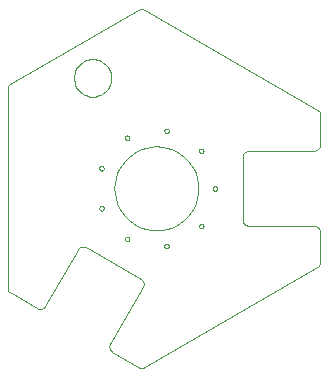
<source format=gbr>
*
G04 Gerber written by LinkCAD 5.6.12 Build 4507*
G04 Layer: MICRON-PBM2_Flex_Board.gbr*
%FSLAX34Y34*%
%MOIN*%
%ADD10C,0.0010*%
G54D10*
X10981Y13461D02*
G01X11002Y13450D01*
X12614Y15491D02*
X14433Y14441D01*
X12593Y15502D02*
X12614Y15491D01*
X12570Y15510D02*
X12593Y15502D01*
X12547Y15515D02*
X12570Y15510D01*
X12523Y15518D02*
X12547Y15515D01*
X12498Y15517D02*
X12523Y15518D01*
X12474Y15514D02*
X12498Y15517D01*
X12451Y15507D02*
X12474Y15514D01*
X12429Y15498D02*
X12451Y15507D01*
X12408Y15487D02*
X12429Y15498D01*
X12388Y15473D02*
X12408Y15487D01*
X12370Y15456D02*
X12388Y15473D01*
X12355Y15438D02*
X12370Y15456D01*
X12341Y15418D02*
X12355Y15438D01*
X11025Y13442D02*
X11048Y13437D01*
X11002Y13450D02*
X11025Y13442D01*
X11207Y13479D02*
X11225Y13495D01*
X11187Y13465D02*
X11207Y13479D01*
X11166Y13453D02*
X11187Y13465D01*
X11144Y13444D02*
X11166Y13453D01*
X11121Y13438D02*
X11144Y13444D01*
X11097Y13435D02*
X11121Y13438D01*
X11048Y13437D02*
X11073Y13434D01*
X11097Y13435D01*
X11240Y13514D02*
X11254Y13534D01*
X11225Y13495D02*
X11240Y13514D01*
X10063Y13991D02*
X10981Y13461D01*
X10046Y14015D02*
X10063Y13991D01*
X10028Y14040D02*
X10046Y14015D01*
X10011Y14065D02*
X10028Y14040D01*
X11254Y13534D02*
X12341Y15418D01*
X10011Y20846D02*
Y14065D01*
X14500Y23438D02*
X14470Y23436D01*
X20410Y18882D02*
X20411Y18906D01*
X20406Y18858D02*
X20410Y18882D01*
X20398Y18835D02*
X20406Y18858D01*
X20388Y18813D02*
X20398Y18835D01*
X20376Y18792D02*
X20388Y18813D01*
X20361Y18773D02*
X20376Y18792D01*
X20344Y18756D02*
X20361Y18773D01*
X20325Y18741D02*
X20344Y18756D01*
X20304Y18729D02*
X20325Y18741D01*
X20282Y18719D02*
X20304Y18729D01*
X20259Y18711D02*
X20282Y18719D01*
X20235Y18707D02*
X20259Y18711D01*
X20211Y18706D02*
X20235Y18707D01*
X20411Y18906D02*
Y19965D01*
X18036Y18706D02*
X20211D01*
X17923Y18670D02*
X17943Y18683D01*
X17836Y16406D02*
Y18506D01*
X17838Y16382D02*
X17836Y16406D01*
X17842Y16358D02*
X17838Y16382D01*
X17849Y16335D02*
X17842Y16358D01*
X17859Y16313D02*
X17849Y16335D01*
X17872Y16292D02*
X17859Y16313D01*
X17887Y16273D02*
X17872Y16292D01*
X17904Y16256D02*
X17887Y16273D01*
X17923Y16241D02*
X17904Y16256D01*
X17943Y16229D02*
X17923Y16241D01*
X17965Y16219D02*
X17943Y16229D01*
X17988Y16211D02*
X17965Y16219D01*
X18012Y16207D02*
X17988Y16211D01*
X20211Y16206D02*
X18036D01*
X20282Y16193D02*
X20259Y16200D01*
X20304Y16183D02*
X20282Y16193D01*
X20325Y16170D02*
X20304Y16183D01*
X20344Y16155D02*
X20325Y16170D01*
X20361Y16138D02*
X20344Y16155D01*
X20376Y16119D02*
X20361Y16138D01*
X20398Y16077D02*
X20388Y16099D01*
X20376Y16119D01*
X20406Y16053D02*
X20398Y16077D01*
X20410Y16030D02*
X20406Y16053D01*
X20411Y16006D02*
X20410Y16030D01*
X14433Y14441D02*
X14453Y14428D01*
X14472Y14412D01*
X14488Y14394D01*
X14502Y14374D01*
X14514Y14353D01*
X14523Y14331D01*
X14529Y14308D01*
X14533Y14284D01*
Y14260D01*
X14531Y14236D01*
X14525Y14212D01*
X20373Y14864D02*
X20386Y14891D01*
X14500Y11473D02*
X20373Y14864D01*
X14525Y14212D02*
X14517Y14189D01*
X14506Y14168D01*
X14470Y11476D02*
X14500Y11473D01*
X14440Y11478D02*
X14470Y11476D01*
X14410Y11481D02*
X14440Y11478D01*
X14506Y14168D02*
X13419Y12284D01*
X13492Y12011D02*
X14410Y11481D01*
X13472Y12024D02*
X13492Y12011D01*
X13453Y12040D02*
X13472Y12024D01*
X13437Y12058D02*
X13453Y12040D01*
X13423Y12077D02*
X13437Y12058D01*
X13411Y12098D02*
X13423Y12077D01*
X13402Y12121D02*
X13411Y12098D01*
X13396Y12144D02*
X13402Y12121D01*
X13393Y12168D02*
X13396Y12144D01*
X13392Y12192D02*
X13393Y12168D01*
X13395Y12216D02*
X13392Y12192D01*
X13400Y12240D02*
X13395Y12216D01*
X13419Y12284D02*
X13408Y12262D01*
X13400Y12240D01*
X12986Y20529D02*
X12912Y20516D01*
X13912Y19150D02*
X13913Y19159D01*
X13191Y20622D02*
X13127Y20583D01*
X13913Y19159D02*
X13915Y19168D01*
X13251Y20668D02*
X13191Y20622D01*
X13443Y20987D02*
X13421Y20915D01*
X13457Y21061D02*
X13443Y20987D01*
X13461Y21136D02*
X13457Y21061D01*
X14166Y16303D02*
X14033Y16408D01*
X16270Y16959D02*
X16201Y16805D01*
X16321Y17121D02*
X16270Y16959D01*
X16351Y17287D02*
X16321Y17121D01*
X16361Y17456D02*
X16351Y17287D01*
Y17624D02*
X16361Y17456D01*
X16321Y17791D02*
X16351Y17624D01*
X16270Y17952D02*
X16321Y17791D01*
X16201Y18106D02*
X16270Y17952D01*
X15890Y18504D02*
X16009Y18384D01*
X14793Y18845D02*
X14961Y18856D01*
X13722Y18106D02*
X13809Y18251D01*
X13561Y17456D02*
X13572Y17624D01*
X15757Y16303D02*
X15612Y16216D01*
X16395Y16158D02*
X16390Y16166D01*
X16400Y16151D02*
X16395Y16158D01*
X16407Y16145D02*
X16400Y16151D01*
X20235Y16204D02*
X20211Y16206D01*
X20259Y16200D02*
X20235Y16204D01*
X20411Y14946D02*
Y16006D01*
X16484Y16133D02*
X16475Y16130D01*
X16492Y16137D02*
X16484Y16133D01*
X16499Y16142D02*
X16492Y16137D01*
X16506Y16147D02*
X16499Y16142D01*
X16513Y16154D02*
X16506Y16147D01*
X16518Y16161D02*
X16513Y16154D01*
X18036Y16206D02*
X18012Y16207D01*
X16522Y16169D02*
X16518Y16161D01*
X16526Y16178D02*
X16522Y16169D01*
X16528Y16186D02*
X16526Y16178D01*
X16530Y16195D02*
X16528Y16186D01*
X16530Y16204D02*
Y16195D01*
X16524Y16231D02*
X16527Y16222D01*
X16521Y16239D02*
X16524Y16231D01*
X16516Y16247D02*
X16521Y16239D01*
X16510Y16253D02*
X16516Y16247D01*
X16503Y16260D02*
X16510Y16253D01*
X16496Y16265D02*
X16503Y16260D01*
X16488Y16270D02*
X16496Y16265D01*
X16480Y16273D02*
X16488Y16270D01*
X16471Y16275D02*
X16480Y16273D01*
X16462Y16277D02*
X16471Y16275D01*
X16453Y16277D02*
X16462D01*
X16444Y16276D02*
X16453Y16277D01*
X16435Y16274D02*
X16444Y16276D01*
X16427Y16272D02*
X16435Y16274D01*
X16201Y16805D02*
X16113Y16660D01*
X16418Y16268D02*
X16427Y16272D01*
X16411Y16263D02*
X16418Y16268D01*
X16404Y16257D02*
X16411Y16263D01*
X16398Y16250D02*
X16404Y16257D01*
X16386Y16174D02*
X16383Y16182D01*
X16390Y16166D02*
X16386Y16174D01*
X15890Y16408D02*
X15757Y16303D01*
X16383Y16182D02*
X16381Y16191D01*
X16380Y16200D01*
X16009Y16527D02*
X15890Y16408D01*
X16380Y16200D02*
Y16209D01*
X16382Y16218D01*
X16384Y16227D01*
X16388Y16235D01*
X16392Y16243D01*
X16113Y16660D02*
X16009Y16527D01*
X16392Y16243D02*
X16398Y16250D01*
X15241Y15489D02*
X15236Y15497D01*
X15247Y15483D02*
X15241Y15489D01*
X15253Y15477D02*
X15247Y15483D01*
X15261Y15471D02*
X15253Y15477D01*
X15269Y15467D02*
X15261Y15471D01*
X15277Y15464D02*
X15269Y15467D01*
X15286Y15462D02*
X15277Y15464D01*
X15295Y15460D02*
X15286Y15462D01*
X15304Y15460D02*
X15295D01*
X13912Y15779D02*
X13914Y15788D01*
X13911Y15770D02*
X13912Y15779D01*
X13915Y15743D02*
X13913Y15752D01*
X13919Y15735D02*
X13915Y15743D01*
X13923Y15727D02*
X13919Y15735D01*
X13928Y15719D02*
X13923Y15727D01*
X13934Y15713D02*
X13928Y15719D01*
X13941Y15707D02*
X13934Y15713D01*
X13949Y15702D02*
X13941Y15707D01*
X13957Y15698D02*
X13949Y15702D01*
X13965Y15695D02*
X13957Y15698D01*
X13974Y15693D02*
X13965Y15695D01*
X13983Y15692D02*
X13974Y15693D01*
X15231Y15505D02*
X15228Y15513D01*
X15236Y15497D02*
X15231Y15505D01*
X15228Y15513D02*
X15226Y15522D01*
X15225Y15531D01*
X13992Y15692D02*
X13983D01*
X14001Y15693D02*
X13992Y15692D01*
X14010Y15696D02*
X14001Y15693D01*
X14018Y15699D02*
X14010Y15696D01*
X14026Y15703D02*
X14018Y15699D01*
X14034Y15709D02*
X14026Y15703D01*
X14040Y15715D02*
X14034Y15709D01*
X14046Y15722D02*
X14040Y15715D01*
X14051Y15729D02*
X14046Y15722D01*
X14055Y15738D02*
X14051Y15729D01*
X13191Y16830D02*
X13196Y16823D01*
X13172Y16850D02*
X13179Y16844D01*
X13165Y16855D02*
X13172Y16850D01*
X13602Y17121D02*
X13572Y17287D01*
X13156Y16858D02*
X13165Y16855D01*
X13148Y16861D02*
X13156Y16858D01*
X13139Y16863D02*
X13148Y16861D01*
X13130Y16864D02*
X13139Y16863D01*
X13121D02*
X13130Y16864D01*
X13572Y17287D02*
X13561Y17456D01*
X13112Y16862D02*
X13121Y16863D01*
X13054Y16781D02*
Y16790D01*
X13056Y16772D02*
X13054Y16781D01*
X13058Y16763D02*
X13056Y16772D01*
X13062Y16755D02*
X13058Y16763D01*
X13067Y16747D02*
X13062Y16755D01*
X13072Y16740D02*
X13067Y16747D01*
X13078Y16733D02*
X13072Y16740D01*
X13085Y16728D02*
X13078Y16733D01*
X13093Y16723D02*
X13085Y16728D01*
X13101Y16719D02*
X13093Y16723D01*
X13110Y16716D02*
X13101Y16719D01*
X13119Y16714D02*
X13110Y16716D01*
X13128Y16714D02*
X13119D01*
X13912Y15761D02*
X13911Y15770D01*
X13913Y15752D02*
X13912Y15761D01*
X13137Y16714D02*
X13128D01*
X13146Y16716D02*
X13137Y16714D01*
X13155Y16718D02*
X13146Y16716D01*
X13163Y16722D02*
X13155Y16718D01*
X13171Y16726D02*
X13163Y16722D01*
X20399Y14919D02*
X20411Y14946D01*
X20386Y14891D02*
X20399Y14919D01*
X15313Y15461D02*
X15304Y15460D01*
X15322Y15463D02*
X15313Y15461D01*
X15330Y15467D02*
X15322Y15463D01*
X15338Y15471D02*
X15330Y15467D01*
X15346Y15476D02*
X15338Y15471D01*
X16475Y16130D02*
X16466Y16128D01*
X16457Y16127D01*
X15353Y15482D02*
X15346Y15476D01*
X15359Y15489D02*
X15353Y15482D01*
X15364Y15496D02*
X15359Y15489D01*
X15368Y15504D02*
X15364Y15496D01*
X15371Y15513D02*
X15368Y15504D01*
X15374Y15521D02*
X15371Y15513D01*
X15375Y15530D02*
X15374Y15521D01*
X15375Y15539D02*
Y15530D01*
X15374Y15548D02*
X15375Y15539D01*
X15372Y15557D02*
X15374Y15548D01*
X15368Y15566D02*
X15372Y15557D01*
X15364Y15574D02*
X15368Y15566D01*
X15359Y15581D02*
X15364Y15574D01*
X15353Y15588D02*
X15359Y15581D01*
X15347Y15594D02*
X15353Y15588D01*
X15339Y15599D02*
X15347Y15594D01*
X15331Y15603D02*
X15339Y15599D01*
X15323Y15607D02*
X15331Y15603D01*
X15314Y15609D02*
X15323Y15607D01*
X15305Y15610D02*
X15314Y15609D01*
X15296Y15610D02*
X15305D01*
X16457Y16127D02*
X16448Y16128D01*
X16439Y16129D01*
X16430Y16131D01*
X16422Y16135D01*
X16414Y16139D01*
X16407Y16145D01*
X15612Y16216D02*
X15458Y16147D01*
X15296Y16096D01*
X15130Y16066D01*
X15287Y15609D02*
X15296Y15610D01*
X15278Y15607D02*
X15287Y15609D01*
X15270Y15604D02*
X15278Y15607D01*
X15262Y15600D02*
X15270Y15604D01*
X15254Y15595D02*
X15262Y15600D01*
X15247Y15589D02*
X15254Y15595D01*
X15241Y15582D02*
X15247Y15589D01*
X15236Y15574D02*
X15241Y15582D01*
X15130Y16066D02*
X14961Y16056D01*
X15232Y15567D02*
X15236Y15574D01*
X15228Y15558D02*
X15232Y15567D01*
X15226Y15549D02*
X15228Y15558D01*
X15225Y15540D02*
X15226Y15549D01*
X14961Y16056D02*
X14793Y16066D01*
X15225Y15531D02*
Y15540D01*
X14793Y16066D02*
X14626Y16096D01*
X14058Y15746D02*
X14055Y15738D01*
X14060Y15755D02*
X14058Y15746D01*
X14061Y15764D02*
X14060Y15755D01*
X14626Y16096D02*
X14465Y16147D01*
X14061Y15773D02*
Y15764D01*
X14060Y15782D02*
X14061Y15773D01*
X14058Y15791D02*
X14060Y15782D01*
X14054Y15799D02*
X14058Y15791D01*
X14465Y16147D02*
X14311Y16216D01*
X14050Y15807D02*
X14054Y15799D01*
X14044Y15814D02*
X14050Y15807D01*
X14038Y15821D02*
X14044Y15814D01*
X14031Y15827D02*
X14038Y15821D01*
X14024Y15832D02*
X14031Y15827D01*
X14311Y16216D02*
X14166Y16303D01*
X14016Y15836D02*
X14024Y15832D01*
X14007Y15839D02*
X14016Y15836D01*
X13998Y15841D02*
X14007Y15839D01*
X13989Y15842D02*
X13998Y15841D01*
X13980Y15842D02*
X13989D01*
X13971Y15840D02*
X13980Y15842D01*
X13963Y15838D02*
X13971Y15840D01*
X13954Y15835D02*
X13963Y15838D01*
X13946Y15830D02*
X13954Y15835D01*
X13939Y15825D02*
X13946Y15830D01*
X13932Y15819D02*
X13939Y15825D01*
X14033Y16408D02*
X13913Y16527D01*
X13926Y15812D02*
X13932Y15819D01*
X13921Y15804D02*
X13926Y15812D01*
X13917Y15796D02*
X13921Y15804D01*
X13913Y16527D02*
X13809Y16660D01*
X13914Y15788D02*
X13917Y15796D01*
X13178Y16732D02*
X13171Y16726D01*
X13184Y16738D02*
X13178Y16732D01*
X13190Y16745D02*
X13184Y16738D01*
X13195Y16753D02*
X13190Y16745D01*
X13809Y16660D02*
X13722Y16805D01*
X13199Y16761D02*
X13195Y16753D01*
X13201Y16770D02*
X13199Y16761D01*
X13203Y16779D02*
X13201Y16770D01*
X13204Y16788D02*
X13203Y16779D01*
X13722Y16805D02*
X13652Y16959D01*
X13203Y16797D02*
X13204Y16788D01*
X13202Y16806D02*
X13203Y16797D01*
X13199Y16814D02*
X13202Y16806D01*
X13186Y16838D02*
X13191Y16830D01*
X13179Y16844D02*
X13186Y16838D01*
X13652Y16959D02*
X13602Y17121D01*
X13196Y16823D02*
X13199Y16814D01*
X13171Y18185D02*
X13178Y18179D01*
X13163Y18189D02*
X13171Y18185D01*
X13155Y18193D02*
X13163Y18189D01*
X13146Y18196D02*
X13155Y18193D01*
X13137Y18197D02*
X13146Y18196D01*
X13128Y18198D02*
X13137Y18197D01*
X13119D02*
X13128Y18198D01*
X13110Y18195D02*
X13119Y18197D01*
X13058Y20552D02*
X12986Y20529D01*
X13127Y20583D02*
X13058Y20552D01*
X13101Y18192D02*
X13110Y18195D01*
X13093Y18188D02*
X13101Y18192D01*
X13085Y18184D02*
X13093Y18188D01*
X13078Y18178D02*
X13085Y18184D01*
X13072Y18172D02*
X13078Y18178D01*
X13067Y18164D02*
X13072Y18172D01*
X13062Y18157D02*
X13067Y18164D01*
X12912Y20516D02*
X12836Y20511D01*
X13058Y18148D02*
X13062Y18157D01*
X12761Y20516D02*
X12687Y20529D01*
X12836Y20511D02*
X12761Y20516D01*
X13056Y18140D02*
X13058Y18148D01*
X12687Y20529D02*
X12615Y20552D01*
X13054Y18131D02*
X13056Y18140D01*
X12546Y20583D02*
X12481Y20622D01*
X12615Y20552D02*
X12546Y20583D01*
X13054Y18122D02*
Y18131D01*
X12481Y20622D02*
X12422Y20668D01*
X14046Y19189D02*
X14051Y19182D01*
X14040Y19196D02*
X14046Y19189D01*
X14034Y19203D02*
X14040Y19196D01*
X14026Y19208D02*
X14034Y19203D01*
X14018Y19212D02*
X14026Y19208D01*
X14010Y19216D02*
X14018Y19212D01*
X14001Y19218D02*
X14010Y19216D01*
X13992Y19219D02*
X14001Y19218D01*
X13983Y19219D02*
X13992D01*
X13974Y19218D02*
X13983Y19219D01*
X13965Y19216D02*
X13974Y19218D01*
X13957Y19213D02*
X13965Y19216D01*
X13949Y19209D02*
X13957Y19213D01*
X13941Y19204D02*
X13949Y19209D01*
X13934Y19198D02*
X13941Y19204D01*
X13928Y19192D02*
X13934Y19198D01*
X13923Y19184D02*
X13928Y19192D01*
X13919Y19177D02*
X13923Y19184D01*
X13304Y20722D02*
X13251Y20668D01*
X13915Y19168D02*
X13919Y19177D01*
X13390Y20846D02*
X13351Y20781D01*
X13421Y20915D02*
X13390Y20846D01*
X13351Y20781D02*
X13304Y20722D01*
X13184Y18173D02*
X13190Y18166D01*
X13178Y18179D02*
X13184Y18173D01*
X13911Y19141D02*
X13912Y19150D01*
Y19132D02*
X13911Y19141D01*
X13914Y19123D02*
X13912Y19132D01*
X13917Y19115D02*
X13914Y19123D01*
X13921Y19107D02*
X13917Y19115D01*
X15346Y19435D02*
X15353Y19429D01*
X15338Y19440D02*
X15346Y19435D01*
X15330Y19445D02*
X15338Y19440D01*
X15322Y19448D02*
X15330Y19445D01*
X15313Y19450D02*
X15322Y19448D01*
X15304Y19451D02*
X15313Y19450D01*
X20411Y19965D02*
X20399Y19993D01*
X20386Y20020D01*
X20373Y20047D01*
X14500Y23438D01*
X15295Y19451D02*
X15304D01*
X15231Y19406D02*
X15236Y19414D01*
X15228Y19398D02*
X15231Y19406D01*
X15226Y19389D02*
X15228Y19398D01*
X15225Y19380D02*
X15226Y19389D01*
X15241Y19422D02*
X15247Y19429D01*
X15236Y19414D02*
X15241Y19422D01*
X15247Y19429D02*
X15253Y19435D01*
X15261Y19440D01*
X15269Y19444D01*
X15277Y19448D01*
X15286Y19450D01*
X15295Y19451D01*
X13457Y21212D02*
X13461Y21136D01*
X13443Y21286D02*
X13457Y21212D01*
X13421Y21358D02*
X13443Y21286D01*
X13390Y21427D02*
X13421Y21358D01*
X13351Y21491D02*
X13390Y21427D01*
X13304Y21551D02*
X13351Y21491D01*
X13251Y21604D02*
X13304Y21551D01*
X13191Y21651D02*
X13251Y21604D01*
X13127Y21690D02*
X13191Y21651D01*
X13058Y21721D02*
X13127Y21690D01*
X14470Y23436D02*
X14440Y23433D01*
X14410Y23430D01*
X12986Y21743D02*
X13058Y21721D01*
X12912Y21757D02*
X12986Y21743D01*
X12836Y21761D02*
X12912Y21757D01*
X12761D02*
X12836Y21761D01*
X12687Y21743D02*
X12761Y21757D01*
X12615Y21721D02*
X12687Y21743D01*
X12546Y21690D02*
X12615Y21721D01*
X14410Y23430D02*
X10063Y20921D01*
X12481Y21651D02*
X12546Y21690D01*
X12422Y21604D02*
X12481Y21651D01*
X12368Y21551D02*
X12422Y21604D01*
X12322Y21491D02*
X12368Y21551D01*
X12283Y21427D02*
X12322Y21491D01*
X12252Y21358D02*
X12283Y21427D01*
X12229Y21286D02*
X12252Y21358D01*
X12216Y21212D02*
X12229Y21286D01*
X12211Y21136D02*
X12216Y21212D01*
X10063Y20921D02*
X10046Y20896D01*
X10028Y20871D01*
X10011Y20846D01*
X12216Y21061D02*
X12211Y21136D01*
X12229Y20987D02*
X12216Y21061D01*
X12252Y20915D02*
X12229Y20987D01*
X12283Y20846D02*
X12252Y20915D01*
X12322Y20781D02*
X12283Y20846D01*
X12368Y20722D02*
X12322Y20781D01*
X12422Y20668D02*
X12368Y20722D01*
X13055Y18113D02*
X13054Y18122D01*
X13056Y18104D02*
X13055Y18113D01*
X13059Y18095D02*
X13056Y18104D01*
X13063Y18087D02*
X13059Y18095D01*
X13054Y16790D02*
X13055Y16799D01*
X13068Y18079D02*
X13063Y18087D01*
X13073Y18072D02*
X13068Y18079D01*
X13080Y18066D02*
X13073Y18072D01*
X13087Y18060D02*
X13080Y18066D01*
X13095Y18056D02*
X13087Y18060D01*
X13103Y18052D02*
X13095Y18056D01*
X13112Y18050D02*
X13103Y18052D01*
X13121Y18048D02*
X13112Y18050D01*
X13055Y16799D02*
X13056Y16808D01*
X13130Y18048D02*
X13121D01*
X13056Y16808D02*
X13059Y16816D01*
X13063Y16824D01*
X13068Y16832D01*
X13073Y16839D01*
X13080Y16846D01*
X13087Y16851D01*
X13095Y16856D01*
X13103Y16859D01*
X13112Y16862D01*
X13139Y18048D02*
X13130D01*
X13148Y18050D02*
X13139Y18048D01*
X13156Y18053D02*
X13148Y18050D01*
X13165Y18057D02*
X13156Y18053D01*
X13172Y18061D02*
X13165Y18057D01*
X13179Y18067D02*
X13172Y18061D01*
X13572Y17624D02*
X13602Y17791D01*
X13186Y18074D02*
X13179Y18067D01*
X13191Y18081D02*
X13186Y18074D01*
X13196Y18089D02*
X13191Y18081D01*
X13199Y18097D02*
X13196Y18089D01*
X13602Y17791D02*
X13652Y17952D01*
X13202Y18106D02*
X13199Y18097D01*
X13203Y18115D02*
X13202Y18106D01*
X13204Y18124D02*
X13203Y18115D01*
Y18133D02*
X13204Y18124D01*
X13201Y18142D02*
X13203Y18133D01*
X13652Y17952D02*
X13722Y18106D01*
X13199Y18150D02*
X13201Y18142D01*
X13195Y18158D02*
X13199Y18150D01*
X13190Y18166D02*
X13195Y18158D01*
X13926Y19099D02*
X13921Y19107D01*
X13809Y18251D02*
X13913Y18384D01*
X13932Y19093D02*
X13926Y19099D01*
X13939Y19086D02*
X13932Y19093D01*
X13946Y19081D02*
X13939Y19086D01*
X13913Y18384D02*
X14033Y18504D01*
X13954Y19077D02*
X13946Y19081D01*
X13963Y19073D02*
X13954Y19077D01*
X13971Y19071D02*
X13963Y19073D01*
X13980Y19070D02*
X13971Y19071D01*
X13989Y19069D02*
X13980Y19070D01*
X14033Y18504D02*
X14166Y18608D01*
X13998Y19070D02*
X13989Y19069D01*
X14007Y19072D02*
X13998Y19070D01*
X14016Y19075D02*
X14007Y19072D01*
X14024Y19079D02*
X14016Y19075D01*
X14166Y18608D02*
X14311Y18695D01*
X14031Y19084D02*
X14024Y19079D01*
X14038Y19090D02*
X14031Y19084D01*
X14044Y19097D02*
X14038Y19090D01*
X14050Y19104D02*
X14044Y19097D01*
X14054Y19112D02*
X14050Y19104D01*
X14311Y18695D02*
X14465Y18765D01*
X14058Y19121D02*
X14054Y19112D01*
X14060Y19129D02*
X14058Y19121D01*
X14061Y19138D02*
X14060Y19129D01*
X14061Y19147D02*
Y19138D01*
X14465Y18765D02*
X14626Y18815D01*
X14060Y19156D02*
X14061Y19147D01*
X14058Y19165D02*
X14060Y19156D01*
X14055Y19174D02*
X14058Y19165D01*
X14626Y18815D02*
X14793Y18845D01*
X14051Y19182D02*
X14055Y19174D01*
X15225Y19371D02*
Y19380D01*
X15226Y19362D02*
X15225Y19371D01*
X15228Y19353D02*
X15226Y19362D01*
X15232Y19345D02*
X15228Y19353D01*
X15236Y19337D02*
X15232Y19345D01*
X14961Y18856D02*
X15130Y18845D01*
X15241Y19329D02*
X15236Y19337D01*
X15247Y19323D02*
X15241Y19329D01*
X15254Y19317D02*
X15247Y19323D01*
X15262Y19312D02*
X15254Y19317D01*
X15270Y19307D02*
X15262Y19312D01*
X15278Y19304D02*
X15270Y19307D01*
X15287Y19302D02*
X15278Y19304D01*
X15130Y18845D02*
X15296Y18815D01*
Y19301D02*
X15287Y19302D01*
X17887Y18638D02*
X17904Y18655D01*
X16503Y18652D02*
X16496Y18646D01*
X16510Y18658D02*
X16503Y18652D01*
X16516Y18665D02*
X16510Y18658D01*
X17904Y18655D02*
X17923Y18670D01*
X16521Y18673D02*
X16516Y18665D01*
X16524Y18681D02*
X16521Y18673D01*
X16527Y18689D02*
X16524Y18681D01*
X17943Y18683D02*
X17965Y18693D01*
X16529Y18698D02*
X16527Y18689D01*
X17965Y18693D02*
X17988Y18700D01*
X18012Y18704D01*
X16530Y18707D02*
X16529Y18698D01*
X16530Y18716D02*
Y18707D01*
X16528Y18725D02*
X16530Y18716D01*
X16526Y18734D02*
X16528Y18725D01*
X16522Y18742D02*
X16526Y18734D01*
X16518Y18750D02*
X16522Y18742D01*
X18012Y18704D02*
X18036Y18706D01*
X16513Y18757D02*
X16518Y18750D01*
X16506Y18764D02*
X16513Y18757D01*
X16499Y18770D02*
X16506Y18764D01*
X16492Y18775D02*
X16499Y18770D01*
X16484Y18778D02*
X16492Y18775D01*
X16475Y18781D02*
X16484Y18778D01*
X15353Y19429D02*
X15359Y19423D01*
X15364Y19415D01*
X15368Y19407D01*
X15371Y19399D01*
X15374Y19390D01*
X15375Y19381D01*
Y19372D01*
X15374Y19363D01*
X15372Y19354D01*
X15368Y19346D01*
X15364Y19338D01*
X15359Y19330D01*
X15353Y19323D01*
X15347Y19317D01*
X15339Y19312D01*
X15331Y19308D01*
X15323Y19305D01*
X15314Y19302D01*
X15305Y19301D01*
X15296D01*
X16466Y18783D02*
X16475Y18781D01*
X16457Y18784D02*
X16466Y18783D01*
X16448Y18784D02*
X16457D01*
X16439Y18782D02*
X16448Y18784D01*
X16430Y18780D02*
X16439Y18782D01*
X16422Y18776D02*
X16430Y18780D01*
X16414Y18772D02*
X16422Y18776D01*
X16407Y18767D02*
X16414Y18772D01*
X16400Y18760D02*
X16407Y18767D01*
X16529Y16213D02*
X16530Y16204D01*
X16527Y16222D02*
X16529Y16213D01*
X16837Y17447D02*
X16836Y17456D01*
X16838Y17438D02*
X16837Y17447D01*
X16841Y17429D02*
X16838Y17438D01*
X16845Y17421D02*
X16841Y17429D01*
X16850Y17413D02*
X16845Y17421D01*
X16855Y17406D02*
X16850Y17413D01*
X16862Y17400D02*
X16855Y17406D01*
X16869Y17394D02*
X16862Y17400D01*
X16876Y17389D02*
X16869Y17394D01*
X16885Y17386D02*
X16876Y17389D01*
X16893Y17383D02*
X16885Y17386D01*
X16902Y17381D02*
X16893Y17383D01*
X16911Y17381D02*
X16902D01*
X16920D02*
X16911D01*
X16929Y17383D02*
X16920Y17381D01*
X16938Y17386D02*
X16929Y17383D01*
X16946Y17389D02*
X16938Y17386D01*
X16954Y17394D02*
X16946Y17389D01*
X16961Y17400D02*
X16954Y17394D01*
X16968Y17406D02*
X16961Y17400D01*
X16973Y17413D02*
X16968Y17406D01*
X16978Y17421D02*
X16973Y17413D01*
X16981Y17429D02*
X16978Y17421D01*
X16984Y17438D02*
X16981Y17429D01*
X16986Y17447D02*
X16984Y17438D01*
X16986Y17456D02*
Y17447D01*
Y17465D02*
Y17456D01*
X16984Y17474D02*
X16986Y17465D01*
X16981Y17482D02*
X16984Y17474D01*
X16978Y17491D02*
X16981Y17482D01*
X16973Y17498D02*
X16978Y17491D01*
X16968Y17505D02*
X16973Y17498D01*
X16961Y17512D02*
X16968Y17505D01*
X16954Y17517D02*
X16961Y17512D01*
X16946Y17522D02*
X16954Y17517D01*
X16938Y17526D02*
X16946Y17522D01*
X16929Y17528D02*
X16938Y17526D01*
X16488Y18642D02*
X16480Y18638D01*
X16496Y18646D02*
X16488Y18642D01*
X17872Y18619D02*
X17887Y18638D01*
X17859Y18599D02*
X17872Y18619D01*
X17849Y18577D02*
X17859Y18599D01*
X17842Y18553D02*
X17849Y18577D01*
X17838Y18530D02*
X17842Y18553D01*
X16480Y18638D02*
X16471Y18636D01*
X17836Y18506D02*
X17838Y18530D01*
X16471Y18636D02*
X16462Y18634D01*
X16453D01*
X16920Y17530D02*
X16929Y17528D01*
X16911Y17531D02*
X16920Y17530D01*
X16902D02*
X16911Y17531D01*
X16893Y17528D02*
X16902Y17530D01*
X15458Y18765D02*
X15612Y18695D01*
X15296Y18815D02*
X15458Y18765D01*
X16395Y18753D02*
X16400Y18760D01*
X15612Y18695D02*
X15757Y18608D01*
X16390Y18746D02*
X16395Y18753D01*
X16386Y18738D02*
X16390Y18746D01*
X16383Y18729D02*
X16386Y18738D01*
X15757Y18608D02*
X15890Y18504D01*
X16381Y18720D02*
X16383Y18729D01*
X16380Y18711D02*
X16381Y18720D01*
X16380Y18702D02*
Y18711D01*
X16382Y18693D02*
X16380Y18702D01*
X16384Y18684D02*
X16382Y18693D01*
X16388Y18676D02*
X16384Y18684D01*
X16392Y18668D02*
X16388Y18676D01*
X16009Y18384D02*
X16113Y18251D01*
X16398Y18661D02*
X16392Y18668D01*
X16404Y18654D02*
X16398Y18661D01*
X16411Y18649D02*
X16404Y18654D01*
X16418Y18644D02*
X16411Y18649D01*
X16427Y18640D02*
X16418Y18644D01*
X16113Y18251D02*
X16201Y18106D01*
X16435Y18637D02*
X16427Y18640D01*
X16444Y18635D02*
X16435Y18637D01*
X16453Y18634D02*
X16444Y18635D01*
X16885Y17526D02*
X16893Y17528D01*
X16876Y17522D02*
X16885Y17526D01*
X16869Y17517D02*
X16876Y17522D01*
X16862Y17512D02*
X16869Y17517D01*
X16855Y17505D02*
X16862Y17512D01*
X16850Y17498D02*
X16855Y17505D01*
X16845Y17491D02*
X16850Y17498D01*
X16841Y17482D02*
X16845Y17491D01*
X16838Y17474D02*
X16841Y17482D01*
X16837Y17465D02*
X16838Y17474D01*
X16836Y17456D02*
X16837Y17465D01*
M02*

</source>
